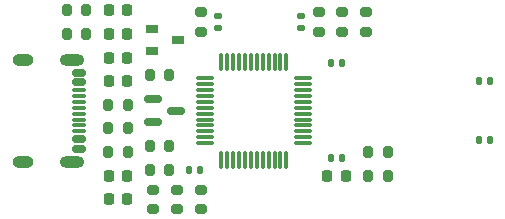
<source format=gbr>
%TF.GenerationSoftware,KiCad,Pcbnew,8.0.4*%
%TF.CreationDate,2024-10-29T04:22:13+09:00*%
%TF.ProjectId,ST-LINK-V2_1,53542d4c-494e-44b2-9d56-325f312e6b69,Rev2*%
%TF.SameCoordinates,Original*%
%TF.FileFunction,Paste,Top*%
%TF.FilePolarity,Positive*%
%FSLAX46Y46*%
G04 Gerber Fmt 4.6, Leading zero omitted, Abs format (unit mm)*
G04 Created by KiCad (PCBNEW 8.0.4) date 2024-10-29 04:22:13*
%MOMM*%
%LPD*%
G01*
G04 APERTURE LIST*
G04 Aperture macros list*
%AMRoundRect*
0 Rectangle with rounded corners*
0 $1 Rounding radius*
0 $2 $3 $4 $5 $6 $7 $8 $9 X,Y pos of 4 corners*
0 Add a 4 corners polygon primitive as box body*
4,1,4,$2,$3,$4,$5,$6,$7,$8,$9,$2,$3,0*
0 Add four circle primitives for the rounded corners*
1,1,$1+$1,$2,$3*
1,1,$1+$1,$4,$5*
1,1,$1+$1,$6,$7*
1,1,$1+$1,$8,$9*
0 Add four rect primitives between the rounded corners*
20,1,$1+$1,$2,$3,$4,$5,0*
20,1,$1+$1,$4,$5,$6,$7,0*
20,1,$1+$1,$6,$7,$8,$9,0*
20,1,$1+$1,$8,$9,$2,$3,0*%
G04 Aperture macros list end*
%ADD10RoundRect,0.150000X-0.587500X-0.150000X0.587500X-0.150000X0.587500X0.150000X-0.587500X0.150000X0*%
%ADD11RoundRect,0.218750X0.218750X0.256250X-0.218750X0.256250X-0.218750X-0.256250X0.218750X-0.256250X0*%
%ADD12RoundRect,0.140000X0.140000X0.170000X-0.140000X0.170000X-0.140000X-0.170000X0.140000X-0.170000X0*%
%ADD13RoundRect,0.225000X0.225000X0.250000X-0.225000X0.250000X-0.225000X-0.250000X0.225000X-0.250000X0*%
%ADD14RoundRect,0.200000X-0.200000X-0.275000X0.200000X-0.275000X0.200000X0.275000X-0.200000X0.275000X0*%
%ADD15RoundRect,0.140000X0.170000X-0.140000X0.170000X0.140000X-0.170000X0.140000X-0.170000X-0.140000X0*%
%ADD16RoundRect,0.200000X0.200000X0.275000X-0.200000X0.275000X-0.200000X-0.275000X0.200000X-0.275000X0*%
%ADD17RoundRect,0.140000X-0.140000X-0.170000X0.140000X-0.170000X0.140000X0.170000X-0.140000X0.170000X0*%
%ADD18RoundRect,0.200000X-0.275000X0.200000X-0.275000X-0.200000X0.275000X-0.200000X0.275000X0.200000X0*%
%ADD19RoundRect,0.200000X0.275000X-0.200000X0.275000X0.200000X-0.275000X0.200000X-0.275000X-0.200000X0*%
%ADD20RoundRect,0.218750X-0.218750X-0.256250X0.218750X-0.256250X0.218750X0.256250X-0.218750X0.256250X0*%
%ADD21RoundRect,0.075000X0.662500X0.075000X-0.662500X0.075000X-0.662500X-0.075000X0.662500X-0.075000X0*%
%ADD22RoundRect,0.075000X0.075000X0.662500X-0.075000X0.662500X-0.075000X-0.662500X0.075000X-0.662500X0*%
%ADD23RoundRect,0.150000X-0.425000X0.150000X-0.425000X-0.150000X0.425000X-0.150000X0.425000X0.150000X0*%
%ADD24RoundRect,0.075000X-0.500000X0.075000X-0.500000X-0.075000X0.500000X-0.075000X0.500000X0.075000X0*%
%ADD25O,2.100000X1.000000*%
%ADD26O,1.800000X1.000000*%
%ADD27R,1.050000X0.650000*%
G04 APERTURE END LIST*
D10*
%TO.C,Q1*%
X11000000Y-7050000D03*
X11000000Y-8950000D03*
X12875000Y-8000000D03*
%TD*%
D11*
%TO.C,F1*%
X8787500Y-13500000D03*
X7212500Y-13500000D03*
%TD*%
D12*
%TO.C,C10*%
X14980000Y-13000000D03*
X14020000Y-13000000D03*
%TD*%
D13*
%TO.C,C3*%
X8775000Y-3500000D03*
X7225000Y-3500000D03*
%TD*%
D14*
%TO.C,R7*%
X7175000Y-9500000D03*
X8825000Y-9500000D03*
%TD*%
D15*
%TO.C,C1*%
X23500000Y-980000D03*
X23500000Y-20000D03*
%TD*%
D16*
%TO.C,R15*%
X5325000Y-1500000D03*
X3675000Y-1500000D03*
%TD*%
%TO.C,R10*%
X8825000Y-11500000D03*
X7175000Y-11500000D03*
%TD*%
D12*
%TO.C,C5*%
X26980000Y-12000000D03*
X26020000Y-12000000D03*
%TD*%
D17*
%TO.C,C6*%
X26020000Y-4000000D03*
X26980000Y-4000000D03*
%TD*%
D18*
%TO.C,R4*%
X25000000Y325000D03*
X25000000Y-1325000D03*
%TD*%
D19*
%TO.C,R3*%
X15000000Y-1325000D03*
X15000000Y325000D03*
%TD*%
D14*
%TO.C,R9*%
X10675000Y-5000000D03*
X12325000Y-5000000D03*
%TD*%
D15*
%TO.C,C8*%
X16500000Y-980000D03*
X16500000Y-20000D03*
%TD*%
D17*
%TO.C,C9*%
X38520000Y-5500000D03*
X39480000Y-5500000D03*
%TD*%
D19*
%TO.C,R13*%
X29000000Y-1325000D03*
X29000000Y325000D03*
%TD*%
D16*
%TO.C,R6*%
X8825000Y-7500000D03*
X7175000Y-7500000D03*
%TD*%
D18*
%TO.C,R1*%
X15000000Y-14675000D03*
X15000000Y-16325000D03*
%TD*%
%TO.C,R12*%
X27000000Y325000D03*
X27000000Y-1325000D03*
%TD*%
%TO.C,R16*%
X11000000Y-14675000D03*
X11000000Y-16325000D03*
%TD*%
D14*
%TO.C,R11*%
X10675000Y-13000000D03*
X12325000Y-13000000D03*
%TD*%
D13*
%TO.C,C4*%
X8775000Y-5500000D03*
X7225000Y-5500000D03*
%TD*%
D14*
%TO.C,R8*%
X10675000Y-11000000D03*
X12325000Y-11000000D03*
%TD*%
D20*
%TO.C,D2*%
X7212500Y-1500000D03*
X8787500Y-1500000D03*
%TD*%
D11*
%TO.C,D1*%
X8787500Y500000D03*
X7212500Y500000D03*
%TD*%
D14*
%TO.C,R14*%
X3675000Y500000D03*
X5325000Y500000D03*
%TD*%
D21*
%TO.C,U1*%
X23662500Y-10750000D03*
X23662500Y-10250000D03*
X23662500Y-9750000D03*
X23662500Y-9250000D03*
X23662500Y-8750000D03*
X23662500Y-8250000D03*
X23662500Y-7750000D03*
X23662500Y-7250000D03*
X23662500Y-6750000D03*
X23662500Y-6250000D03*
X23662500Y-5750000D03*
X23662500Y-5250000D03*
D22*
X22250000Y-3837500D03*
X21750000Y-3837500D03*
X21250000Y-3837500D03*
X20750000Y-3837500D03*
X20250000Y-3837500D03*
X19750000Y-3837500D03*
X19250000Y-3837500D03*
X18750000Y-3837500D03*
X18250000Y-3837500D03*
X17750000Y-3837500D03*
X17250000Y-3837500D03*
X16750000Y-3837500D03*
D21*
X15337500Y-5250000D03*
X15337500Y-5750000D03*
X15337500Y-6250000D03*
X15337500Y-6750000D03*
X15337500Y-7250000D03*
X15337500Y-7750000D03*
X15337500Y-8250000D03*
X15337500Y-8750000D03*
X15337500Y-9250000D03*
X15337500Y-9750000D03*
X15337500Y-10250000D03*
X15337500Y-10750000D03*
D22*
X16750000Y-12162500D03*
X17250000Y-12162500D03*
X17750000Y-12162500D03*
X18250000Y-12162500D03*
X18750000Y-12162500D03*
X19250000Y-12162500D03*
X19750000Y-12162500D03*
X20250000Y-12162500D03*
X20750000Y-12162500D03*
X21250000Y-12162500D03*
X21750000Y-12162500D03*
X22250000Y-12162500D03*
%TD*%
D23*
%TO.C,J1*%
X4680000Y-4800000D03*
X4680000Y-5600000D03*
D24*
X4680000Y-6750000D03*
X4680000Y-7750000D03*
X4680000Y-8250000D03*
X4680000Y-9250000D03*
D23*
X4680000Y-10400000D03*
X4680000Y-11200000D03*
X4680000Y-11200000D03*
X4680000Y-10400000D03*
D24*
X4680000Y-9750000D03*
X4680000Y-8750000D03*
X4680000Y-7250000D03*
X4680000Y-6250000D03*
D23*
X4680000Y-5600000D03*
X4680000Y-4800000D03*
D25*
X4105000Y-3680000D03*
D26*
X-75000Y-3680000D03*
D25*
X4105000Y-12320000D03*
D26*
X-75000Y-12320000D03*
%TD*%
D17*
%TO.C,C7*%
X38520000Y-10500000D03*
X39480000Y-10500000D03*
%TD*%
D14*
%TO.C,R5*%
X29175000Y-13500000D03*
X30825000Y-13500000D03*
%TD*%
D13*
%TO.C,C2*%
X27275000Y-13500000D03*
X25725000Y-13500000D03*
%TD*%
D27*
%TO.C,IC1*%
X10900000Y-1040000D03*
X10900000Y-2960000D03*
X13100000Y-2000000D03*
%TD*%
D20*
%TO.C,D3*%
X7212500Y-15500000D03*
X8787500Y-15500000D03*
%TD*%
D14*
%TO.C,R2*%
X29175000Y-11500000D03*
X30825000Y-11500000D03*
%TD*%
D19*
%TO.C,R17*%
X13000000Y-16325000D03*
X13000000Y-14675000D03*
%TD*%
M02*

</source>
